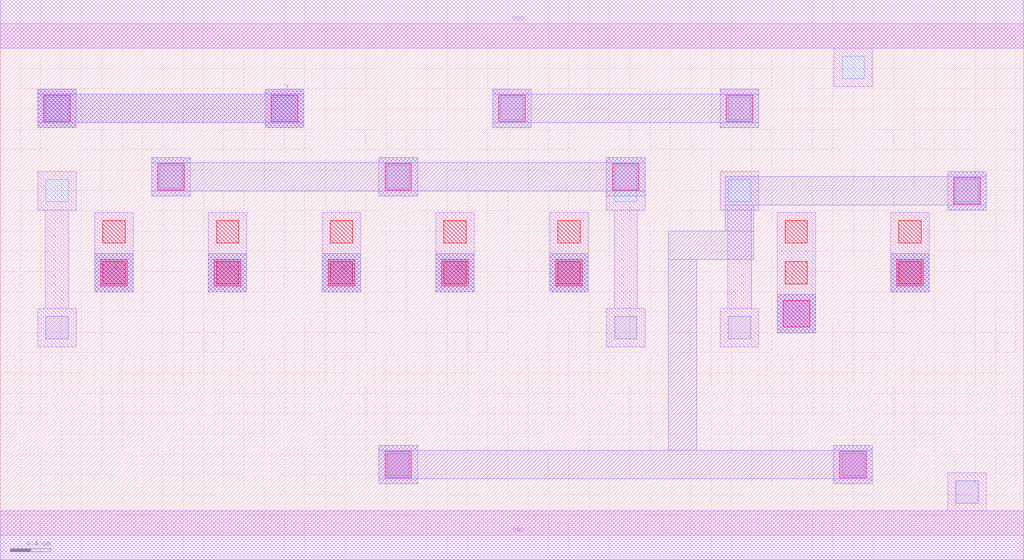
<source format=lef>
MACRO AAOAI3211
 CLASS CORE ;
 FOREIGN AAOAI3211 0 0 ;
 SIZE 10.08 BY 5.04 ;
 ORIGIN 0 0 ;
 SYMMETRY X Y R90 ;
 SITE unit ;
  PIN VDD
   DIRECTION INOUT ;
   USE POWER ;
   SHAPE ABUTMENT ;
    PORT
     CLASS CORE ;
       LAYER met1 ;
        RECT 0.00000000 4.80000000 10.08000000 5.28000000 ;
    END
  END VDD

  PIN GND
   DIRECTION INOUT ;
   USE POWER ;
   SHAPE ABUTMENT ;
    PORT
     CLASS CORE ;
       LAYER met1 ;
        RECT 0.00000000 -0.24000000 10.08000000 0.24000000 ;
    END
  END GND

  PIN Y
   DIRECTION INOUT ;
   USE SIGNAL ;
   SHAPE ABUTMENT ;
    PORT
     CLASS CORE ;
       LAYER met2 ;
        RECT 0.37000000 4.01700000 0.75000000 4.06700000 ;
        RECT 2.61000000 4.01700000 2.99000000 4.06700000 ;
        RECT 0.37000000 4.06700000 2.99000000 4.34700000 ;
        RECT 0.37000000 4.34700000 0.75000000 4.39700000 ;
        RECT 2.61000000 4.34700000 2.99000000 4.39700000 ;
    END
  END Y

  PIN B1
   DIRECTION INOUT ;
   USE SIGNAL ;
   SHAPE ABUTMENT ;
    PORT
     CLASS CORE ;
       LAYER met2 ;
        RECT 4.29000000 2.39700000 4.67000000 2.77700000 ;
    END
  END B1

  PIN A1
   DIRECTION INOUT ;
   USE SIGNAL ;
   SHAPE ABUTMENT ;
    PORT
     CLASS CORE ;
       LAYER met2 ;
        RECT 2.05000000 2.39700000 2.43000000 2.77700000 ;
    END
  END A1

  PIN B
   DIRECTION INOUT ;
   USE SIGNAL ;
   SHAPE ABUTMENT ;
    PORT
     CLASS CORE ;
       LAYER met2 ;
        RECT 5.41000000 2.39700000 5.79000000 2.77700000 ;
    END
  END B

  PIN C
   DIRECTION INOUT ;
   USE SIGNAL ;
   SHAPE ABUTMENT ;
    PORT
     CLASS CORE ;
       LAYER met2 ;
        RECT 7.65000000 1.99200000 8.03000000 2.37200000 ;
    END
  END C

  PIN A
   DIRECTION INOUT ;
   USE SIGNAL ;
   SHAPE ABUTMENT ;
    PORT
     CLASS CORE ;
       LAYER met2 ;
        RECT 0.93000000 2.39700000 1.31000000 2.77700000 ;
    END
  END A

  PIN A2
   DIRECTION INOUT ;
   USE SIGNAL ;
   SHAPE ABUTMENT ;
    PORT
     CLASS CORE ;
       LAYER met2 ;
        RECT 3.17000000 2.39700000 3.55000000 2.77700000 ;
    END
  END A2

  PIN D
   DIRECTION INOUT ;
   USE SIGNAL ;
   SHAPE ABUTMENT ;
    PORT
     CLASS CORE ;
       LAYER met2 ;
        RECT 8.77000000 2.39700000 9.15000000 2.77700000 ;
    END
  END D

 OBS
    LAYER polycont ;
     RECT 1.01000000 2.47700000 1.23000000 2.69700000 ;
     RECT 2.13000000 2.47700000 2.35000000 2.69700000 ;
     RECT 3.25000000 2.47700000 3.47000000 2.69700000 ;
     RECT 4.37000000 2.47700000 4.59000000 2.69700000 ;
     RECT 5.49000000 2.47700000 5.71000000 2.69700000 ;
     RECT 7.73000000 2.47700000 7.95000000 2.69700000 ;
     RECT 8.85000000 2.47700000 9.07000000 2.69700000 ;
     RECT 1.01000000 2.88200000 1.23000000 3.10200000 ;
     RECT 2.13000000 2.88200000 2.35000000 3.10200000 ;
     RECT 3.25000000 2.88200000 3.47000000 3.10200000 ;
     RECT 4.37000000 2.88200000 4.59000000 3.10200000 ;
     RECT 5.49000000 2.88200000 5.71000000 3.10200000 ;
     RECT 7.73000000 2.88200000 7.95000000 3.10200000 ;
     RECT 8.85000000 2.88200000 9.07000000 3.10200000 ;

    LAYER pdiffc ;
     RECT 0.45000000 3.28700000 0.67000000 3.50700000 ;
     RECT 7.17000000 3.28700000 7.39000000 3.50700000 ;
     RECT 9.41000000 3.28700000 9.63000000 3.50700000 ;
     RECT 1.57000000 3.42200000 1.79000000 3.64200000 ;
     RECT 3.81000000 3.42200000 4.03000000 3.64200000 ;
     RECT 6.05000000 3.28700000 6.27000000 3.64200000 ;
     RECT 0.45000000 4.09700000 0.67000000 4.31700000 ;
     RECT 2.69000000 4.09700000 2.91000000 4.31700000 ;
     RECT 4.93000000 4.09700000 5.15000000 4.31700000 ;
     RECT 7.17000000 4.09700000 7.39000000 4.31700000 ;
     RECT 8.29000000 4.50200000 8.51000000 4.72200000 ;

    LAYER ndiffc ;
     RECT 9.41000000 0.31700000 9.63000000 0.53700000 ;
     RECT 3.81000000 0.58700000 4.03000000 0.80700000 ;
     RECT 8.29000000 0.58700000 8.51000000 0.80700000 ;
     RECT 0.45000000 1.93700000 0.67000000 2.15700000 ;
     RECT 6.05000000 1.93700000 6.27000000 2.15700000 ;
     RECT 7.17000000 1.93700000 7.39000000 2.15700000 ;

    LAYER met1 ;
     RECT 0.00000000 -0.24000000 10.08000000 0.24000000 ;
     RECT 9.33000000 0.24000000 9.71000000 0.61700000 ;
     RECT 3.73000000 0.50700000 4.11000000 0.88700000 ;
     RECT 8.21000000 0.50700000 8.59000000 0.88700000 ;
     RECT 0.93000000 2.39700000 1.31000000 3.18200000 ;
     RECT 2.05000000 2.39700000 2.43000000 3.18200000 ;
     RECT 3.17000000 2.39700000 3.55000000 3.18200000 ;
     RECT 4.29000000 2.39700000 4.67000000 3.18200000 ;
     RECT 5.41000000 2.39700000 5.79000000 3.18200000 ;
     RECT 7.65000000 1.99200000 8.03000000 3.18200000 ;
     RECT 8.77000000 2.39700000 9.15000000 3.18200000 ;
     RECT 0.37000000 1.85700000 0.75000000 2.23700000 ;
     RECT 0.44500000 2.23700000 0.67500000 3.20700000 ;
     RECT 0.37000000 3.20700000 0.75000000 3.58700000 ;
     RECT 7.09000000 1.85700000 7.47000000 2.23700000 ;
     RECT 7.16500000 2.23700000 7.39500000 3.20700000 ;
     RECT 7.09000000 3.20700000 7.47000000 3.58700000 ;
     RECT 9.33000000 3.20700000 9.71000000 3.58700000 ;
     RECT 1.49000000 3.34200000 1.87000000 3.72200000 ;
     RECT 3.73000000 3.34200000 4.11000000 3.72200000 ;
     RECT 5.97000000 1.85700000 6.35000000 2.23700000 ;
     RECT 6.04500000 2.23700000 6.27500000 3.20700000 ;
     RECT 5.97000000 3.20700000 6.35000000 3.72200000 ;
     RECT 0.37000000 4.01700000 0.75000000 4.39700000 ;
     RECT 2.61000000 4.01700000 2.99000000 4.39700000 ;
     RECT 4.85000000 4.01700000 5.23000000 4.39700000 ;
     RECT 7.09000000 4.01700000 7.47000000 4.39700000 ;
     RECT 8.21000000 4.42200000 8.59000000 4.80000000 ;
     RECT 0.00000000 4.80000000 10.08000000 5.28000000 ;

    LAYER via1 ;
     RECT 3.79000000 0.56700000 4.05000000 0.82700000 ;
     RECT 8.27000000 0.56700000 8.53000000 0.82700000 ;
     RECT 7.71000000 2.05200000 7.97000000 2.31200000 ;
     RECT 0.99000000 2.45700000 1.25000000 2.71700000 ;
     RECT 2.11000000 2.45700000 2.37000000 2.71700000 ;
     RECT 3.23000000 2.45700000 3.49000000 2.71700000 ;
     RECT 4.35000000 2.45700000 4.61000000 2.71700000 ;
     RECT 5.47000000 2.45700000 5.73000000 2.71700000 ;
     RECT 8.83000000 2.45700000 9.09000000 2.71700000 ;
     RECT 9.39000000 3.26700000 9.65000000 3.52700000 ;
     RECT 1.55000000 3.40200000 1.81000000 3.66200000 ;
     RECT 3.79000000 3.40200000 4.05000000 3.66200000 ;
     RECT 6.03000000 3.40200000 6.29000000 3.66200000 ;
     RECT 0.43000000 4.07700000 0.69000000 4.33700000 ;
     RECT 2.67000000 4.07700000 2.93000000 4.33700000 ;
     RECT 4.91000000 4.07700000 5.17000000 4.33700000 ;
     RECT 7.15000000 4.07700000 7.41000000 4.33700000 ;

    LAYER met2 ;
     RECT 7.65000000 1.99200000 8.03000000 2.37200000 ;
     RECT 0.93000000 2.39700000 1.31000000 2.77700000 ;
     RECT 2.05000000 2.39700000 2.43000000 2.77700000 ;
     RECT 3.17000000 2.39700000 3.55000000 2.77700000 ;
     RECT 4.29000000 2.39700000 4.67000000 2.77700000 ;
     RECT 5.41000000 2.39700000 5.79000000 2.77700000 ;
     RECT 8.77000000 2.39700000 9.15000000 2.77700000 ;
     RECT 3.73000000 0.50700000 4.11000000 0.55700000 ;
     RECT 8.21000000 0.50700000 8.59000000 0.55700000 ;
     RECT 3.73000000 0.55700000 8.59000000 0.83700000 ;
     RECT 3.73000000 0.83700000 4.11000000 0.88700000 ;
     RECT 8.21000000 0.83700000 8.59000000 0.88700000 ;
     RECT 6.58000000 0.83700000 6.86000000 2.71700000 ;
     RECT 6.58000000 2.71700000 7.42000000 2.99700000 ;
     RECT 7.14000000 2.99700000 7.42000000 3.25700000 ;
     RECT 9.33000000 3.20700000 9.71000000 3.25700000 ;
     RECT 7.14000000 3.25700000 9.71000000 3.53700000 ;
     RECT 9.33000000 3.53700000 9.71000000 3.58700000 ;
     RECT 1.49000000 3.34200000 1.87000000 3.39200000 ;
     RECT 3.73000000 3.34200000 4.11000000 3.39200000 ;
     RECT 5.97000000 3.34200000 6.35000000 3.39200000 ;
     RECT 1.49000000 3.39200000 6.35000000 3.67200000 ;
     RECT 1.49000000 3.67200000 1.87000000 3.72200000 ;
     RECT 3.73000000 3.67200000 4.11000000 3.72200000 ;
     RECT 5.97000000 3.67200000 6.35000000 3.72200000 ;
     RECT 0.37000000 4.01700000 0.75000000 4.06700000 ;
     RECT 2.61000000 4.01700000 2.99000000 4.06700000 ;
     RECT 0.37000000 4.06700000 2.99000000 4.34700000 ;
     RECT 0.37000000 4.34700000 0.75000000 4.39700000 ;
     RECT 2.61000000 4.34700000 2.99000000 4.39700000 ;
     RECT 4.85000000 4.01700000 5.23000000 4.06700000 ;
     RECT 7.09000000 4.01700000 7.47000000 4.06700000 ;
     RECT 4.85000000 4.06700000 7.47000000 4.34700000 ;
     RECT 4.85000000 4.34700000 5.23000000 4.39700000 ;
     RECT 7.09000000 4.34700000 7.47000000 4.39700000 ;

 END
END AAOAI3211

</source>
